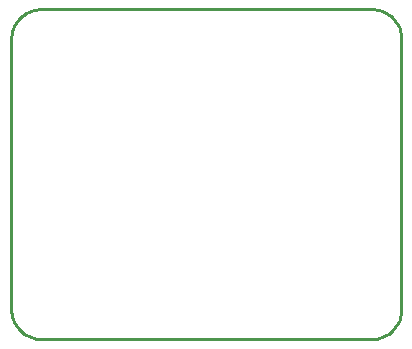
<source format=gbr>
G04 EAGLE Gerber RS-274X export*
G75*
%MOMM*%
%FSLAX34Y34*%
%LPD*%
%IN*%
%IPPOS*%
%AMOC8*
5,1,8,0,0,1.08239X$1,22.5*%
G01*
%ADD10C,0.254000*%


D10*
X0Y25400D02*
X97Y23186D01*
X386Y20989D01*
X865Y18826D01*
X1532Y16713D01*
X2380Y14666D01*
X3403Y12700D01*
X4594Y10831D01*
X5942Y9073D01*
X7440Y7440D01*
X9073Y5942D01*
X10831Y4594D01*
X12700Y3403D01*
X14666Y2380D01*
X16713Y1532D01*
X18826Y865D01*
X20989Y386D01*
X23186Y97D01*
X25400Y0D01*
X304800Y0D01*
X307014Y97D01*
X309211Y386D01*
X311374Y865D01*
X313487Y1532D01*
X315535Y2380D01*
X317500Y3403D01*
X319369Y4594D01*
X321127Y5942D01*
X322761Y7440D01*
X324258Y9073D01*
X325606Y10831D01*
X326797Y12700D01*
X327820Y14666D01*
X328668Y16713D01*
X329335Y18826D01*
X329814Y20989D01*
X330103Y23186D01*
X330200Y25400D01*
X330200Y254000D01*
X330103Y256214D01*
X329814Y258411D01*
X329335Y260574D01*
X328668Y262687D01*
X327820Y264735D01*
X326797Y266700D01*
X325606Y268569D01*
X324258Y270327D01*
X322761Y271961D01*
X321127Y273458D01*
X319369Y274806D01*
X317500Y275997D01*
X315535Y277020D01*
X313487Y277868D01*
X311374Y278535D01*
X309211Y279014D01*
X307014Y279303D01*
X304800Y279400D01*
X25400Y279400D01*
X23186Y279303D01*
X20989Y279014D01*
X18826Y278535D01*
X16713Y277868D01*
X14666Y277020D01*
X12700Y275997D01*
X10831Y274806D01*
X9073Y273458D01*
X7440Y271961D01*
X5942Y270327D01*
X4594Y268569D01*
X3403Y266700D01*
X2380Y264735D01*
X1532Y262687D01*
X865Y260574D01*
X386Y258411D01*
X97Y256214D01*
X0Y254000D01*
X0Y25400D01*
M02*

</source>
